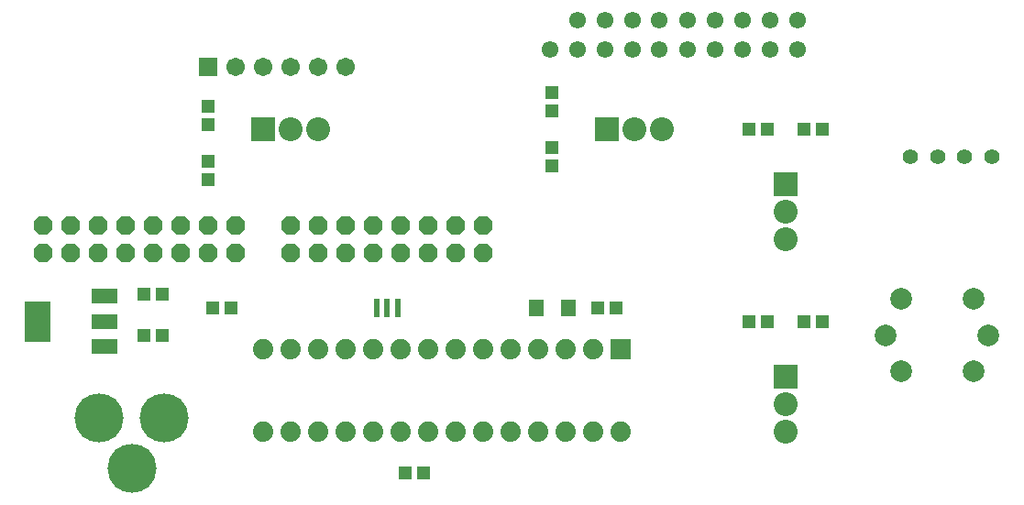
<source format=gbr>
G04 EAGLE Gerber X2 export*
G75*
%MOMM*%
%FSLAX34Y34*%
%LPD*%
%AMOC8*
5,1,8,0,0,1.08239X$1,22.5*%
G01*
%ADD10R,1.303200X1.203200*%
%ADD11R,1.403200X1.603200*%
%ADD12C,4.521200*%
%ADD13P,1.869504X8X22.500000*%
%ADD14P,1.869504X8X202.500000*%
%ADD15R,2.213200X2.213200*%
%ADD16C,2.213200*%
%ADD17R,1.203200X1.303200*%
%ADD18C,1.403200*%
%ADD19C,1.553200*%
%ADD20C,1.703200*%
%ADD21R,1.703200X1.703200*%
%ADD22C,2.003200*%
%ADD23R,2.438400X1.422400*%
%ADD24R,2.403200X3.803200*%
%ADD25R,1.879600X1.879600*%
%ADD26C,1.879600*%
%ADD27R,0.503200X1.803200*%


D10*
X402200Y38100D03*
X385200Y38100D03*
X207400Y190500D03*
X224400Y190500D03*
X143900Y203200D03*
X160900Y203200D03*
X143900Y165100D03*
X160900Y165100D03*
D11*
X535700Y190500D03*
X505700Y190500D03*
D12*
X162400Y88900D03*
X102400Y88900D03*
X132400Y41900D03*
D13*
X279400Y241300D03*
X279400Y266700D03*
X304800Y241300D03*
X304800Y266700D03*
X330200Y241300D03*
X330200Y266700D03*
X355600Y241300D03*
X355600Y266700D03*
X381000Y241300D03*
X381000Y266700D03*
X406400Y241300D03*
X406400Y266700D03*
X431800Y241300D03*
X431800Y266700D03*
X457200Y241300D03*
X457200Y266700D03*
D14*
X228600Y266700D03*
X228600Y241300D03*
X203200Y266700D03*
X203200Y241300D03*
X177800Y266700D03*
X177800Y241300D03*
X152400Y266700D03*
X152400Y241300D03*
X127000Y266700D03*
X127000Y241300D03*
X101600Y266700D03*
X101600Y241300D03*
X76200Y266700D03*
X76200Y241300D03*
X50800Y266700D03*
X50800Y241300D03*
D15*
X736600Y127000D03*
D16*
X736600Y101600D03*
X736600Y76200D03*
D15*
X736600Y304800D03*
D16*
X736600Y279400D03*
X736600Y254000D03*
D15*
X571500Y355600D03*
D16*
X596900Y355600D03*
X622300Y355600D03*
D15*
X254000Y355600D03*
D16*
X279400Y355600D03*
X304800Y355600D03*
D17*
X580000Y190500D03*
X563000Y190500D03*
X702700Y177800D03*
X719700Y177800D03*
X770500Y177800D03*
X753500Y177800D03*
X702700Y355600D03*
X719700Y355600D03*
X770500Y355600D03*
X753500Y355600D03*
D10*
X520700Y321700D03*
X520700Y338700D03*
X520700Y389500D03*
X520700Y372500D03*
X203200Y309000D03*
X203200Y326000D03*
X203200Y376800D03*
X203200Y359800D03*
D18*
X851500Y330200D03*
X876500Y330200D03*
X901500Y330200D03*
X926500Y330200D03*
D19*
X543800Y455700D03*
X569300Y455700D03*
X594800Y455700D03*
X619800Y455700D03*
X645300Y455700D03*
X670800Y455700D03*
X696300Y455700D03*
X721800Y455700D03*
X747300Y455700D03*
X747300Y429200D03*
X721800Y429200D03*
X696300Y429200D03*
X670800Y429200D03*
X645300Y429200D03*
X619800Y429200D03*
X594800Y429200D03*
X569300Y429200D03*
X543800Y429200D03*
X518800Y429200D03*
D20*
X228600Y412750D03*
D21*
X203200Y412750D03*
D20*
X254000Y412750D03*
X279400Y412750D03*
X304800Y412750D03*
X330200Y412750D03*
D22*
X842700Y198700D03*
X842700Y131500D03*
X909900Y131500D03*
X909900Y198700D03*
X828800Y165100D03*
X923800Y165100D03*
D23*
X107188Y154686D03*
X107188Y177800D03*
X107188Y200914D03*
D24*
X45210Y177800D03*
D25*
X584200Y152400D03*
D26*
X558800Y152400D03*
X533400Y152400D03*
X508000Y152400D03*
X482600Y152400D03*
X457200Y152400D03*
X431800Y152400D03*
X406400Y152400D03*
X381000Y152400D03*
X355600Y152400D03*
X330200Y152400D03*
X304800Y152400D03*
X279400Y152400D03*
X254000Y152400D03*
X254000Y76200D03*
X279400Y76200D03*
X304800Y76200D03*
X330200Y76200D03*
X355600Y76200D03*
X381000Y76200D03*
X406400Y76200D03*
X431800Y76200D03*
X457200Y76200D03*
X482600Y76200D03*
X508000Y76200D03*
X533400Y76200D03*
X558800Y76200D03*
X584200Y76200D03*
D27*
X377800Y190500D03*
X368300Y190500D03*
X358800Y190500D03*
M02*

</source>
